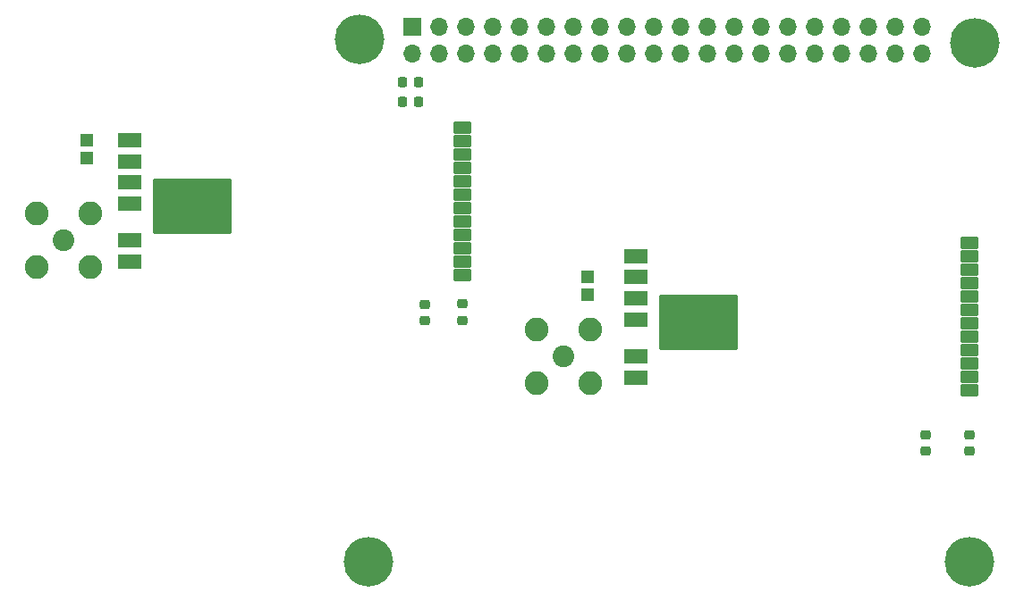
<source format=gts>
%TF.GenerationSoftware,KiCad,Pcbnew,7.0.8*%
%TF.CreationDate,2024-02-17T17:20:01-08:00*%
%TF.ProjectId,Groundstation_Hat,47726f75-6e64-4737-9461-74696f6e5f48,rev?*%
%TF.SameCoordinates,Original*%
%TF.FileFunction,Soldermask,Top*%
%TF.FilePolarity,Negative*%
%FSLAX46Y46*%
G04 Gerber Fmt 4.6, Leading zero omitted, Abs format (unit mm)*
G04 Created by KiCad (PCBNEW 7.0.8) date 2024-02-17 17:20:01*
%MOMM*%
%LPD*%
G01*
G04 APERTURE LIST*
G04 Aperture macros list*
%AMRoundRect*
0 Rectangle with rounded corners*
0 $1 Rounding radius*
0 $2 $3 $4 $5 $6 $7 $8 $9 X,Y pos of 4 corners*
0 Add a 4 corners polygon primitive as box body*
4,1,4,$2,$3,$4,$5,$6,$7,$8,$9,$2,$3,0*
0 Add four circle primitives for the rounded corners*
1,1,$1+$1,$2,$3*
1,1,$1+$1,$4,$5*
1,1,$1+$1,$6,$7*
1,1,$1+$1,$8,$9*
0 Add four rect primitives between the rounded corners*
20,1,$1+$1,$2,$3,$4,$5,0*
20,1,$1+$1,$4,$5,$6,$7,0*
20,1,$1+$1,$6,$7,$8,$9,0*
20,1,$1+$1,$8,$9,$2,$3,0*%
G04 Aperture macros list end*
%ADD10R,1.700000X1.700000*%
%ADD11O,1.700000X1.700000*%
%ADD12C,2.050000*%
%ADD13C,2.250000*%
%ADD14RoundRect,0.063500X0.550000X-0.500000X0.550000X0.500000X-0.550000X0.500000X-0.550000X-0.500000X0*%
%ADD15C,4.700000*%
%ADD16RoundRect,0.225000X-0.250000X0.225000X-0.250000X-0.225000X0.250000X-0.225000X0.250000X0.225000X0*%
%ADD17RoundRect,0.225000X-0.225000X-0.250000X0.225000X-0.250000X0.225000X0.250000X-0.225000X0.250000X0*%
%ADD18RoundRect,0.063500X0.750000X0.487500X-0.750000X0.487500X-0.750000X-0.487500X0.750000X-0.487500X0*%
%ADD19RoundRect,0.063500X1.000000X0.650000X-1.000000X0.650000X-1.000000X-0.650000X1.000000X-0.650000X0*%
%ADD20RoundRect,0.063500X3.650000X2.550000X-3.650000X2.550000X-3.650000X-2.550000X3.650000X-2.550000X0*%
G04 APERTURE END LIST*
D10*
X173150000Y-78950000D03*
D11*
X173150000Y-81490000D03*
X175690000Y-78950000D03*
X175690000Y-81490000D03*
X178230000Y-78950000D03*
X178230000Y-81490000D03*
X180770000Y-78950000D03*
X180770000Y-81490000D03*
X183310000Y-78950000D03*
X183310000Y-81490000D03*
X185850000Y-78950000D03*
X185850000Y-81490000D03*
X188390000Y-78950000D03*
X188390000Y-81490000D03*
X190930000Y-78950000D03*
X190930000Y-81490000D03*
X193470000Y-78950000D03*
X193470000Y-81490000D03*
X196010000Y-78950000D03*
X196010000Y-81490000D03*
X198550000Y-78950000D03*
X198550000Y-81490000D03*
X201090000Y-78950000D03*
X201090000Y-81490000D03*
X203630000Y-78950000D03*
X203630000Y-81490000D03*
X206170000Y-78950000D03*
X206170000Y-81490000D03*
X208710000Y-78950000D03*
X208710000Y-81490000D03*
X211250000Y-78950000D03*
X211250000Y-81490000D03*
X213790000Y-78950000D03*
X213790000Y-81490000D03*
X216330000Y-78950000D03*
X216330000Y-81490000D03*
X218870000Y-78950000D03*
X218870000Y-81490000D03*
X221410000Y-78950000D03*
X221410000Y-81490000D03*
D12*
X140110000Y-99180000D03*
D13*
X142650000Y-101720000D03*
X142650000Y-96640000D03*
X137570000Y-101720000D03*
X137570000Y-96640000D03*
D14*
X142350000Y-91350000D03*
X142350000Y-89650000D03*
D15*
X225900000Y-129650000D03*
D16*
X221750000Y-117625000D03*
X221750000Y-119175000D03*
D17*
X172250000Y-84150000D03*
X173800000Y-84150000D03*
D16*
X177950000Y-105200000D03*
X177950000Y-106750000D03*
D15*
X226450000Y-80450000D03*
D16*
X174350000Y-105225000D03*
X174350000Y-106775000D03*
D12*
X187450000Y-110150000D03*
D13*
X189990000Y-112690000D03*
X189990000Y-107610000D03*
X184910000Y-112690000D03*
X184910000Y-107610000D03*
D17*
X172225000Y-86050000D03*
X173775000Y-86050000D03*
D18*
X225895000Y-113400000D03*
X225895000Y-112130000D03*
X225895000Y-110860000D03*
X225895000Y-109590000D03*
X225895000Y-108320000D03*
X225895000Y-107050000D03*
X225895000Y-105780000D03*
X225895000Y-104510000D03*
X225895000Y-103240000D03*
X225895000Y-101970000D03*
X225895000Y-100700000D03*
X225895000Y-99430000D03*
D19*
X194355000Y-100650000D03*
X194355000Y-102650000D03*
X194355000Y-104650000D03*
X194355000Y-106650000D03*
X194355000Y-110170000D03*
X194355000Y-112170000D03*
D20*
X200255000Y-106900000D03*
D14*
X189800000Y-104350000D03*
X189800000Y-102650000D03*
D15*
X169050000Y-129650000D03*
X168200000Y-80100000D03*
D16*
X225900000Y-117625000D03*
X225900000Y-119175000D03*
D18*
X177945000Y-102420000D03*
X177945000Y-101150000D03*
X177945000Y-99880000D03*
X177945000Y-98610000D03*
X177945000Y-97340000D03*
X177945000Y-96070000D03*
X177945000Y-94800000D03*
X177945000Y-93530000D03*
X177945000Y-92260000D03*
X177945000Y-90990000D03*
X177945000Y-89720000D03*
X177945000Y-88450000D03*
D19*
X146405000Y-89670000D03*
X146405000Y-91670000D03*
X146405000Y-93670000D03*
X146405000Y-95670000D03*
X146405000Y-99190000D03*
X146405000Y-101190000D03*
D20*
X152305000Y-95920000D03*
M02*

</source>
